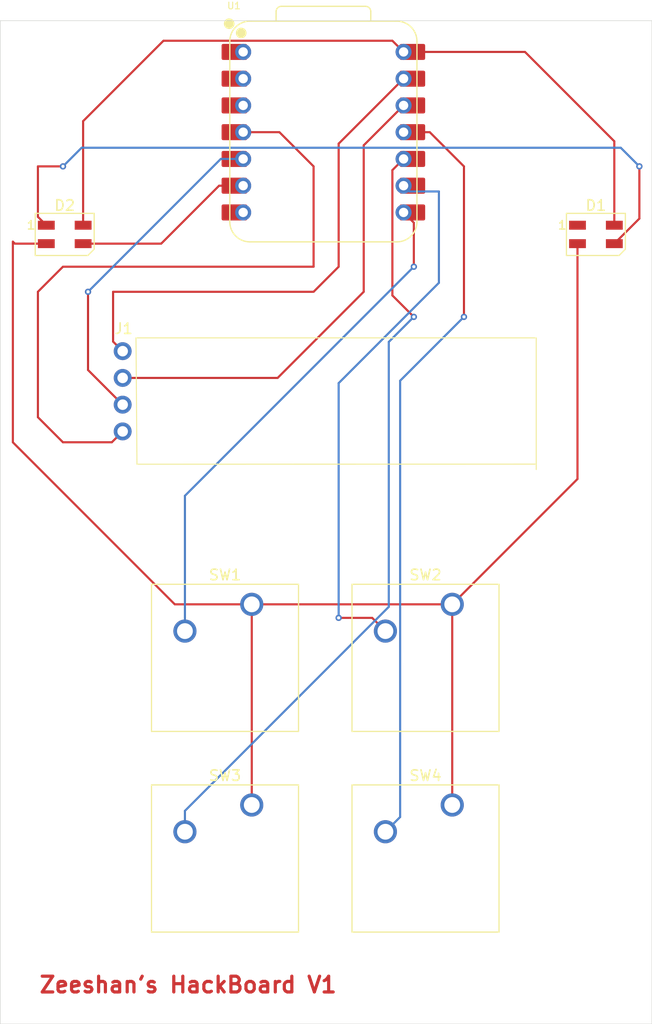
<source format=kicad_pcb>
(kicad_pcb (version 20241229) (generator "pcbnew") (generator_version "9.0")
  (layers (0 "F.Cu" signal) (2 "B.Cu" signal) (13 "F.Paste" user) (15 "B.Paste" user) (5 "F.SilkS" user "F.Silkscreen") (7 "B.SilkS" user "B.Silkscreen") (1 "F.Mask" user) (3 "B.Mask" user) (25 "Edge.Cuts" user))
  (net 0 "")
  (net 2 "+5V")
  (net 3 "GND")
  (net 4 "Net-(D1-DIN)")
  (net 5 "Net-(D2-DIN)")
  (net 6 "Net-(J1-GND)")
  (net 7 "Net-(J1-SCL)")
  (net 8 "Net-(J1-VCC)")
  (net 9 "Net-(J1-SDA)")
  (net 10 "Net-(U1-GPIO1{slash}RX)")
  (net 11 "Net-(U1-GPIO2{slash}SCK)")
  (net 12 "Net-(U1-GPIO4{slash}MISO)")
  (net 13 "Net-(U1-GPIO3{slash}MOSI)")
  (footprint "OPL_Kicad_Library-master:Oled Pin header1x4" (layer "F.Cu") (at 131.878971 84.218018)
    (property "Reference" "J1" (at 0.09 -2.14 0) (layer "F.SilkS"))
    (property "Value" "OLED_01x04")
    (fp_line (start 1.265879 -1.261078) (end 39.265879 -1.261078) (stroke (width 0.1)) (layer "F.SilkS"))
    (fp_line (start 1.358382 10.732182) (end 1.265879 -1.261078) (stroke (width 0.1)) (layer "F.SilkS"))
    (fp_line (start 39.294246 -1.261078) (end 39.294246 11.238922) (stroke (width 0.1)) (layer "F.SilkS"))
    (fp_line (start 39.294246 10.724825) (end 1.358382 10.732182) (stroke (width 0.1)) (layer "F.SilkS"))
    (pad "1" thru_hole circle (at 0 0) (size 1.7 1.7) (drill 1) (layers "*.Cu" "*.Mask") (net 6 "Net-(J1-GND)"))
    (pad "2" thru_hole oval (at 0 2.54) (size 1.7 1.7) (drill 1) (layers "*.Cu" "*.Mask") (net 8 "Net-(J1-VCC)"))
    (pad "3" thru_hole oval (at 0 5.08) (size 1.7 1.7) (drill 1) (layers "*.Cu" "*.Mask") (net 7 "Net-(J1-SCL)"))
    (pad "4" thru_hole oval (at 0 7.62) (size 1.7 1.7) (drill 1) (layers "*.Cu" "*.Mask") (net 9 "Net-(J1-SDA)"))
  )
  (footprint "Button_Switch_Keyboard:SW_Cherry_MX_1.00u_PCB" (layer "F.Cu") (at 144.143443 127.305534)
    (property "Reference" "SW3" (at -2.54 -2.794 0) (layer "F.SilkS"))
    (property "Value" "SW_Push")
    (fp_line (start -9.525 -1.905) (end 4.445 -1.905) (stroke (width 0.12)) (layer "F.SilkS"))
    (fp_line (start -9.525 12.065) (end -9.525 -1.905) (stroke (width 0.12)) (layer "F.SilkS"))
    (fp_line (start 4.445 -1.905) (end 4.445 12.065) (stroke (width 0.12)) (layer "F.SilkS"))
    (fp_line (start 4.445 12.065) (end -9.525 12.065) (stroke (width 0.12)) (layer "F.SilkS"))
    (pad "" np_thru_hole circle (at -7.62 5.08) (size 1.7 1.7) (drill 1.7) (layers "*.Cu" "*.Mask"))
    (pad "" np_thru_hole circle (at -2.54 5.08) (size 4 4) (drill 4) (layers "*.Cu" "*.Mask"))
    (pad "" np_thru_hole circle (at 2.54 5.08) (size 1.7 1.7) (drill 1.7) (layers "*.Cu" "*.Mask"))
    (pad "1" thru_hole circle (at 0 0) (size 2.2 2.2) (drill 1.5) (layers "*.Cu" "*.Mask") (net 3 "GND"))
    (pad "2" thru_hole circle (at -6.35 2.54) (size 2.2 2.2) (drill 1.5) (layers "*.Cu" "*.Mask") (net 12 "Net-(U1-GPIO4{slash}MISO)"))
  )
  (footprint "Seeed Studio XIAO Series Library:XIAO-RP2040-DIP" (layer "F.Cu") (at 150.949336 63.427309)
    (property "Reference" "U1" (at -8.5 -12 0) (layer "F.SilkS") (effects (font (size 0.635 0.635) (thickness 0.1016))))
    (property "Value" "XIAO-RP2040-DIP")
    (fp_line (start -8.89 8.509) (end -8.89 -8.636) (stroke (width 0.127)) (layer "F.SilkS"))
    (fp_line (start -6.985 10.414) (end 6.985 10.414) (stroke (width 0.127)) (layer "F.SilkS"))
    (fp_line (start -4.495 -10.541) (end -4.491272 -11.451272) (stroke (width 0.127)) (layer "F.SilkS"))
    (fp_line (start -3.991272 -11.951) (end 4.004 -11.951) (stroke (width 0.127)) (layer "F.SilkS"))
    (fp_line (start 4.504 -11.451) (end 4.504 -10.541) (stroke (width 0.127)) (layer "F.SilkS"))
    (fp_line (start 6.985 -10.541) (end -6.985 -10.541) (stroke (width 0.1)) (layer "F.SilkS"))
    (fp_line (start 6.985 -10.541) (end -6.985 -10.541) (stroke (width 0.127)) (layer "F.SilkS"))
    (fp_line (start 8.89 8.509) (end 8.89 -8.636) (stroke (width 0.127)) (layer "F.SilkS"))
    (fp_arc (start -8.89 -8.636) (mid -8.332038 -9.983038) (end -6.985 -10.541) (stroke (width 0.127)) (layer "F.SilkS"))
    (fp_arc (start -6.985 10.414) (mid -8.332038 9.856038) (end -8.89 8.509) (stroke (width 0.127)) (layer "F.SilkS"))
    (fp_arc (start -4.491272 -11.451272) (mid -4.344728 -11.80464) (end -3.991272 -11.951) (stroke (width 0.127)) (layer "F.SilkS"))
    (fp_arc (start 4.004 -11.951) (mid 4.357553 -11.804553) (end 4.504 -11.451) (stroke (width 0.127)) (layer "F.SilkS"))
    (fp_arc (start 6.985 -10.541) (mid 8.332038 -9.983038) (end 8.89 -8.636) (stroke (width 0.127)) (layer "F.SilkS"))
    (fp_arc (start 8.89 8.509) (mid 8.332038 9.856038) (end 6.985 10.414) (stroke (width 0.127)) (layer "F.SilkS"))
    (fp_circle (center -8.95 -10.3) (end -8.95 -10.554) (stroke (width 0.5)) (fill yes) (layer "F.SilkS"))
    (fp_circle (center -7.807 -9.42) (end -7.807 -9.674) (stroke (width 0.5)) (fill yes) (layer "F.SilkS"))
    (pad "1" smd roundrect (at -8.455 -7.62 180) (size 2.432 1.524) (layers "F.Cu" "F.Mask") (roundrect_rratio 0.1))
    (pad "1" thru_hole circle (at -7.62 -7.62 180) (size 1.524 1.524) (drill 0.889) (layers "*.Cu" "*.Mask"))
    (pad "2" smd roundrect (at -8.455 -5.08 180) (size 2.432 1.524) (layers "F.Cu" "F.Mask") (roundrect_rratio 0.1))
    (pad "2" thru_hole circle (at -7.62 -5.08 180) (size 1.524 1.524) (drill 0.889) (layers "*.Cu" "*.Mask"))
    (pad "3" smd roundrect (at -8.455 -2.54 180) (size 2.432 1.524) (layers "F.Cu" "F.Mask") (roundrect_rratio 0.1))
    (pad "3" thru_hole circle (at -7.62 -2.54 180) (size 1.524 1.524) (drill 0.889) (layers "*.Cu" "*.Mask"))
    (pad "4" smd roundrect (at -8.455 0 180) (size 2.432 1.524) (layers "F.Cu" "F.Mask") (roundrect_rratio 0.1) (net 9 "Net-(J1-SDA)"))
    (pad "4" thru_hole circle (at -7.62 0 180) (size 1.524 1.524) (drill 0.889) (layers "*.Cu" "*.Mask") (net 9 "Net-(J1-SDA)"))
    (pad "5" smd roundrect (at -8.455 2.54 180) (size 2.432 1.524) (layers "F.Cu" "F.Mask") (roundrect_rratio 0.1) (net 7 "Net-(J1-SCL)"))
    (pad "5" thru_hole circle (at -7.62 2.54 180) (size 1.524 1.524) (drill 0.889) (layers "*.Cu" "*.Mask") (net 7 "Net-(J1-SCL)"))
    (pad "6" smd roundrect (at -8.455 5.08 180) (size 2.432 1.524) (layers "F.Cu" "F.Mask") (roundrect_rratio 0.1) (net 5 "Net-(D2-DIN)"))
    (pad "6" thru_hole circle (at -7.62 5.08 180) (size 1.524 1.524) (drill 0.889) (layers "*.Cu" "*.Mask") (net 5 "Net-(D2-DIN)"))
    (pad "7" smd roundrect (at -8.455 7.62 180) (size 2.432 1.524) (layers "F.Cu" "F.Mask") (roundrect_rratio 0.1))
    (pad "7" thru_hole circle (at -7.62 7.62 180) (size 1.524 1.524) (drill 0.889) (layers "*.Cu" "*.Mask"))
    (pad "8" thru_hole circle (at 7.62 7.62) (size 1.524 1.524) (drill 0.889) (layers "*.Cu" "*.Mask") (net 10 "Net-(U1-GPIO1{slash}RX)"))
    (pad "8" smd roundrect (at 8.455 7.62) (size 2.432 1.524) (layers "F.Cu" "F.Mask") (roundrect_rratio 0.1) (net 10 "Net-(U1-GPIO1{slash}RX)"))
    (pad "9" thru_hole circle (at 7.62 5.08) (size 1.524 1.524) (drill 0.889) (layers "*.Cu" "*.Mask") (net 11 "Net-(U1-GPIO2{slash}SCK)"))
    (pad "9" smd roundrect (at 8.455 5.08) (size 2.432 1.524) (layers "F.Cu" "F.Mask") (roundrect_rratio 0.1) (net 11 "Net-(U1-GPIO2{slash}SCK)"))
    (pad "10" thru_hole circle (at 7.62 2.54) (size 1.524 1.524) (drill 0.889) (layers "*.Cu" "*.Mask") (net 12 "Net-(U1-GPIO4{slash}MISO)"))
    (pad "10" smd roundrect (at 8.455 2.54) (size 2.432 1.524) (layers "F.Cu" "F.Mask") (roundrect_rratio 0.1) (net 12 "Net-(U1-GPIO4{slash}MISO)"))
    (pad "11" thru_hole circle (at 7.62 0) (size 1.524 1.524) (drill 0.889) (layers "*.Cu" "*.Mask") (net 13 "Net-(U1-GPIO3{slash}MOSI)"))
    (pad "11" smd roundrect (at 8.455 0) (size 2.432 1.524) (layers "F.Cu" "F.Mask") (roundrect_rratio 0.1) (net 13 "Net-(U1-GPIO3{slash}MOSI)"))
    (pad "12" thru_hole circle (at 7.62 -2.54) (size 1.524 1.524) (drill 0.889) (layers "*.Cu" "*.Mask") (net 8 "Net-(J1-VCC)"))
    (pad "12" smd roundrect (at 8.455 -2.54) (size 2.432 1.524) (layers "F.Cu" "F.Mask") (roundrect_rratio 0.1) (net 8 "Net-(J1-VCC)"))
    (pad "13" thru_hole circle (at 7.62 -5.08) (size 1.524 1.524) (drill 0.889) (layers "*.Cu" "*.Mask") (net 6 "Net-(J1-GND)"))
    (pad "13" smd roundrect (at 8.455 -5.08) (size 2.432 1.524) (layers "F.Cu" "F.Mask") (roundrect_rratio 0.1) (net 6 "Net-(J1-GND)"))
    (pad "14" thru_hole circle (at 7.62 -7.62) (size 1.524 1.524) (drill 0.889) (layers "*.Cu" "*.Mask") (net 2 "+5V"))
    (pad "14" smd roundrect (at 8.455 -7.62) (size 2.432 1.524) (layers "F.Cu" "F.Mask") (roundrect_rratio 0.1) (net 2 "+5V"))
  )
  (footprint "Button_Switch_Keyboard:SW_Cherry_MX_1.00u_PCB" (layer "F.Cu") (at 144.143443 108.255534)
    (property "Reference" "SW1" (at -2.54 -2.794 0) (layer "F.SilkS"))
    (property "Value" "SW_Push")
    (fp_line (start -9.525 -1.905) (end 4.445 -1.905) (stroke (width 0.12)) (layer "F.SilkS"))
    (fp_line (start -9.525 12.065) (end -9.525 -1.905) (stroke (width 0.12)) (layer "F.SilkS"))
    (fp_line (start 4.445 -1.905) (end 4.445 12.065) (stroke (width 0.12)) (layer "F.SilkS"))
    (fp_line (start 4.445 12.065) (end -9.525 12.065) (stroke (width 0.12)) (layer "F.SilkS"))
    (pad "" np_thru_hole circle (at -7.62 5.08) (size 1.7 1.7) (drill 1.7) (layers "*.Cu" "*.Mask"))
    (pad "" np_thru_hole circle (at -2.54 5.08) (size 4 4) (drill 4) (layers "*.Cu" "*.Mask"))
    (pad "" np_thru_hole circle (at 2.54 5.08) (size 1.7 1.7) (drill 1.7) (layers "*.Cu" "*.Mask"))
    (pad "1" thru_hole circle (at 0 0) (size 2.2 2.2) (drill 1.5) (layers "*.Cu" "*.Mask") (net 3 "GND"))
    (pad "2" thru_hole circle (at -6.35 2.54) (size 2.2 2.2) (drill 1.5) (layers "*.Cu" "*.Mask") (net 10 "Net-(U1-GPIO1{slash}RX)"))
  )
  (footprint "LED_SMD:LED_SK6812MINI_PLCC4_3.5x3.5mm_P1.75mm" (layer "F.Cu") (at 176.84375 73.134562)
    (property "Reference" "D1" (at 0 -2.75 0) (layer "F.SilkS"))
    (property "Value" "SK6812MINI")
    (fp_line (start -2.8 -2) (end -2.8 2) (stroke (width 0.12)) (layer "F.SilkS"))
    (fp_line (start -2.8 -2) (end 2.8 -2) (stroke (width 0.12)) (layer "F.SilkS"))
    (fp_line (start -2.8 2) (end 2.2 2) (stroke (width 0.12)) (layer "F.SilkS"))
    (fp_line (start 2.8 1.4) (end 2.2 2) (stroke (width 0.12)) (layer "F.SilkS"))
    (fp_line (start 2.8 1.4) (end 2.8 -2) (stroke (width 0.12)) (layer "F.SilkS"))
    (fp_text user "1" (at -3.2 -0.875 0) (layer "F.SilkS") (effects (font (size 0.8 0.8))))
    (pad "1" smd rect (at -1.75 -0.875) (size 1.6 0.85) (layers "F.Cu" "F.Mask" "F.Paste"))
    (pad "2" smd rect (at -1.75 0.875) (size 1.6 0.85) (layers "F.Cu" "F.Mask" "F.Paste") (net 3 "GND"))
    (pad "3" smd rect (at 1.75 0.875) (size 1.6 0.85) (layers "F.Cu" "F.Mask" "F.Paste") (net 4 "Net-(D1-DIN)"))
    (pad "4" smd rect (at 1.75 -0.875) (size 1.6 0.85) (layers "F.Cu" "F.Mask" "F.Paste") (net 2 "+5V"))
  )
  (footprint "LED_SMD:LED_SK6812MINI_PLCC4_3.5x3.5mm_P1.75mm" (layer "F.Cu") (at 126.37142 73.134562)
    (property "Reference" "D2" (at 0 -2.75 0) (layer "F.SilkS"))
    (property "Value" "SK6812MINI")
    (fp_line (start -2.8 -2) (end -2.8 2) (stroke (width 0.12)) (layer "F.SilkS"))
    (fp_line (start -2.8 -2) (end 2.8 -2) (stroke (width 0.12)) (layer "F.SilkS"))
    (fp_line (start -2.8 2) (end 2.2 2) (stroke (width 0.12)) (layer "F.SilkS"))
    (fp_line (start 2.8 1.4) (end 2.2 2) (stroke (width 0.12)) (layer "F.SilkS"))
    (fp_line (start 2.8 1.4) (end 2.8 -2) (stroke (width 0.12)) (layer "F.SilkS"))
    (fp_text user "1" (at -3.2 -0.875 0) (layer "F.SilkS") (effects (font (size 0.8 0.8))))
    (pad "1" smd rect (at -1.75 -0.875) (size 1.6 0.85) (layers "F.Cu" "F.Mask" "F.Paste") (net 4 "Net-(D1-DIN)"))
    (pad "2" smd rect (at -1.75 0.875) (size 1.6 0.85) (layers "F.Cu" "F.Mask" "F.Paste") (net 3 "GND"))
    (pad "3" smd rect (at 1.75 0.875) (size 1.6 0.85) (layers "F.Cu" "F.Mask" "F.Paste") (net 5 "Net-(D2-DIN)"))
    (pad "4" smd rect (at 1.75 -0.875) (size 1.6 0.85) (layers "F.Cu" "F.Mask" "F.Paste") (net 2 "+5V"))
  )
  (footprint "Button_Switch_Keyboard:SW_Cherry_MX_1.00u_PCB" (layer "F.Cu") (at 163.193443 108.255534)
    (property "Reference" "SW2" (at -2.54 -2.794 0) (layer "F.SilkS"))
    (property "Value" "SW_Push")
    (fp_line (start -9.525 -1.905) (end 4.445 -1.905) (stroke (width 0.12)) (layer "F.SilkS"))
    (fp_line (start -9.525 12.065) (end -9.525 -1.905) (stroke (width 0.12)) (layer "F.SilkS"))
    (fp_line (start 4.445 -1.905) (end 4.445 12.065) (stroke (width 0.12)) (layer "F.SilkS"))
    (fp_line (start 4.445 12.065) (end -9.525 12.065) (stroke (width 0.12)) (layer "F.SilkS"))
    (pad "" np_thru_hole circle (at -7.62 5.08) (size 1.7 1.7) (drill 1.7) (layers "*.Cu" "*.Mask"))
    (pad "" np_thru_hole circle (at -2.54 5.08) (size 4 4) (drill 4) (layers "*.Cu" "*.Mask"))
    (pad "" np_thru_hole circle (at 2.54 5.08) (size 1.7 1.7) (drill 1.7) (layers "*.Cu" "*.Mask"))
    (pad "1" thru_hole circle (at 0 0) (size 2.2 2.2) (drill 1.5) (layers "*.Cu" "*.Mask") (net 3 "GND"))
    (pad "2" thru_hole circle (at -6.35 2.54) (size 2.2 2.2) (drill 1.5) (layers "*.Cu" "*.Mask") (net 11 "Net-(U1-GPIO2{slash}SCK)"))
  )
  (footprint "Button_Switch_Keyboard:SW_Cherry_MX_1.00u_PCB" (layer "F.Cu") (at 163.193443 127.305534)
    (property "Reference" "SW4" (at -2.54 -2.794 0) (layer "F.SilkS"))
    (property "Value" "SW_Push")
    (fp_line (start -9.525 -1.905) (end 4.445 -1.905) (stroke (width 0.12)) (layer "F.SilkS"))
    (fp_line (start -9.525 12.065) (end -9.525 -1.905) (stroke (width 0.12)) (layer "F.SilkS"))
    (fp_line (start 4.445 -1.905) (end 4.445 12.065) (stroke (width 0.12)) (layer "F.SilkS"))
    (fp_line (start 4.445 12.065) (end -9.525 12.065) (stroke (width 0.12)) (layer "F.SilkS"))
    (pad "" np_thru_hole circle (at -7.62 5.08) (size 1.7 1.7) (drill 1.7) (layers "*.Cu" "*.Mask"))
    (pad "" np_thru_hole circle (at -2.54 5.08) (size 4 4) (drill 4) (layers "*.Cu" "*.Mask"))
    (pad "" np_thru_hole circle (at 2.54 5.08) (size 1.7 1.7) (drill 1.7) (layers "*.Cu" "*.Mask"))
    (pad "1" thru_hole circle (at 0 0) (size 2.2 2.2) (drill 1.5) (layers "*.Cu" "*.Mask") (net 3 "GND"))
    (pad "2" thru_hole circle (at -6.35 2.54) (size 2.2 2.2) (drill 1.5) (layers "*.Cu" "*.Mask") (net 13 "Net-(U1-GPIO3{slash}MOSI)"))
  )
  (gr_rect (start 120.248242 52.841472) (end 182.160742 148.091472) (stroke (width 0.05)) (fill no) (layer "Edge.Cuts"))
  (gr_text "Zeeshan's HackBoard V1" (at 123.825 145.25625 0) (layer "F.Cu") (effects (font (size 1.5 1.5) (thickness 0.3) (bold yes)) (justify left bottom)))
  (segment (start 128.12142 62.37858) (end 128.12142 72.259562) (width 0.2) (layer "F.Cu") (net 2))
  (segment (start 158.569336 55.807309) (end 170.107309 55.807309) (width 0.2) (layer "F.Cu") (net 2))
  (segment (start 170.107309 55.807309) (end 178.59375 64.29375) (width 0.2) (layer "F.Cu") (net 2))
  (segment (start 178.59375 64.29375) (end 178.59375 72.259562) (width 0.2) (layer "F.Cu") (net 2))
  (segment (start 135.755691 54.744309) (end 128.12142 62.37858) (width 0.2) (layer "F.Cu") (net 2))
  (segment (start 157.506336 54.744309) (end 135.755691 54.744309) (width 0.2) (layer "F.Cu") (net 2))
  (segment (start 158.569336 55.807309) (end 157.506336 54.744309) (width 0.2) (layer "F.Cu") (net 2))
  (segment (start 144.143443 108.255534) (end 136.830534 108.255534) (width 0.2) (layer "F.Cu") (net 3))
  (segment (start 163.193443 108.255534) (end 163.193443 127.305534) (width 0.2) (layer "F.Cu") (net 3))
  (segment (start 121.44375 92.86875) (end 121.44375 73.81875) (width 0.2) (layer "F.Cu") (net 3))
  (segment (start 136.830534 108.255534) (end 121.44375 92.86875) (width 0.2) (layer "F.Cu") (net 3))
  (segment (start 144.143443 108.255534) (end 144.143443 127.305534) (width 0.2) (layer "F.Cu") (net 3))
  (segment (start 121.634562 74.009562) (end 124.62142 74.009562) (width 0.2) (layer "F.Cu") (net 3))
  (segment (start 175.09375 96.355227) (end 163.193443 108.255534) (width 0.2) (layer "F.Cu") (net 3))
  (segment (start 163.193443 108.255534) (end 144.143443 108.255534) (width 0.2) (layer "F.Cu") (net 3))
  (segment (start 175.09375 74.009562) (end 175.09375 96.355227) (width 0.2) (layer "F.Cu") (net 3))
  (segment (start 121.44375 73.81875) (end 121.634562 74.009562) (width 0.2) (layer "F.Cu") (net 3))
  (segment (start 124.62142 72.259562) (end 123.825 71.463142) (width 0.2) (layer "F.Cu") (net 4))
  (segment (start 180.975 66.675) (end 180.975 71.628312) (width 0.2) (layer "F.Cu") (net 4))
  (segment (start 123.825 71.463142) (end 123.825 66.675) (width 0.2) (layer "F.Cu") (net 4))
  (segment (start 180.975 71.628312) (end 178.59375 74.009562) (width 0.2) (layer "F.Cu") (net 4))
  (segment (start 123.825 66.675) (end 126.20625 66.675) (width 0.2) (layer "F.Cu") (net 4))
  (via (at 180.975 66.675) (size 0.6) (drill 0.3) (layers "F.Cu" "B.Cu") (net 4))
  (via (at 126.20625 66.675) (size 0.6) (drill 0.3) (layers "F.Cu" "B.Cu") (net 4))
  (segment (start 126.20625 66.675) (end 127.976941 64.904309) (width 0.2) (layer "B.Cu") (net 4))
  (segment (start 127.976941 64.904309) (end 179.204309 64.904309) (width 0.2) (layer "B.Cu") (net 4))
  (segment (start 179.204309 64.904309) (end 180.975 66.675) (width 0.2) (layer "B.Cu") (net 4))
  (segment (start 143.329336 68.507309) (end 141.042691 68.507309) (width 0.2) (layer "F.Cu") (net 5))
  (segment (start 141.042691 68.507309) (end 135.540438 74.009562) (width 0.2) (layer "F.Cu") (net 5))
  (segment (start 135.540438 74.009562) (end 128.12142 74.009562) (width 0.2) (layer "F.Cu") (net 5))
  (segment (start 152.4 76.2) (end 150.01875 78.58125) (width 0.2) (layer "F.Cu") (net 6))
  (segment (start 130.96875 83.307797) (end 131.878971 84.218018) (width 0.2) (layer "F.Cu") (net 6))
  (segment (start 152.4 64.516645) (end 152.4 76.2) (width 0.2) (layer "F.Cu") (net 6))
  (segment (start 150.01875 78.58125) (end 130.96875 78.58125) (width 0.2) (layer "F.Cu") (net 6))
  (segment (start 130.96875 78.58125) (end 130.96875 83.307797) (width 0.2) (layer "F.Cu") (net 6))
  (segment (start 158.569336 58.347309) (end 152.4 64.516645) (width 0.2) (layer "F.Cu") (net 6))
  (segment (start 128.5875 86.006547) (end 128.5875 78.58125) (width 0.2) (layer "F.Cu") (net 7))
  (segment (start 131.878971 89.298018) (end 128.5875 86.006547) (width 0.2) (layer "F.Cu") (net 7))
  (via (at 128.5875 78.58125) (size 0.6) (drill 0.3) (layers "F.Cu" "B.Cu") (net 7))
  (segment (start 141.201441 65.967309) (end 143.329336 65.967309) (width 0.2) (layer "B.Cu") (net 7))
  (segment (start 128.5875 78.58125) (end 141.201441 65.967309) (width 0.2) (layer "B.Cu") (net 7))
  (segment (start 154.78125 64.675395) (end 154.78125 78.58125) (width 0.2) (layer "F.Cu") (net 8))
  (segment (start 154.78125 78.58125) (end 146.604482 86.758018) (width 0.2) (layer "F.Cu") (net 8))
  (segment (start 158.569336 60.887309) (end 154.78125 64.675395) (width 0.2) (layer "F.Cu") (net 8))
  (segment (start 146.604482 86.758018) (end 131.878971 86.758018) (width 0.2) (layer "F.Cu") (net 8))
  (segment (start 150.01875 76.2) (end 126.20625 76.2) (width 0.2) (layer "F.Cu") (net 9))
  (segment (start 123.825 90.4875) (end 126.20625 92.86875) (width 0.2) (layer "F.Cu") (net 9))
  (segment (start 146.771059 63.427309) (end 150.01875 66.675) (width 0.2) (layer "F.Cu") (net 9))
  (segment (start 130.848239 92.86875) (end 131.878971 91.838018) (width 0.2) (layer "F.Cu") (net 9))
  (segment (start 123.825 78.58125) (end 123.825 90.4875) (width 0.2) (layer "F.Cu") (net 9))
  (segment (start 126.20625 76.2) (end 123.825 78.58125) (width 0.2) (layer "F.Cu") (net 9))
  (segment (start 126.20625 92.86875) (end 130.848239 92.86875) (width 0.2) (layer "F.Cu") (net 9))
  (segment (start 150.01875 66.675) (end 150.01875 76.2) (width 0.2) (layer "F.Cu") (net 9))
  (segment (start 143.329336 63.427309) (end 146.771059 63.427309) (width 0.2) (layer "F.Cu") (net 9))
  (segment (start 159.54375 72.021723) (end 159.54375 76.2) (width 0.2) (layer "F.Cu") (net 10))
  (segment (start 158.569336 71.047309) (end 159.54375 72.021723) (width 0.2) (layer "F.Cu") (net 10))
  (via (at 159.54375 76.2) (size 0.6) (drill 0.3) (layers "F.Cu" "B.Cu") (net 10))
  (segment (start 137.793443 97.950307) (end 137.793443 110.795534) (width 0.2) (layer "B.Cu") (net 10))
  (segment (start 159.54375 76.2) (end 137.793443 97.950307) (width 0.2) (layer "B.Cu") (net 10))
  (segment (start 156.843443 110.795534) (end 155.585409 109.5375) (width 0.2) (layer "F.Cu") (net 11))
  (segment (start 155.585409 109.5375) (end 152.4 109.5375) (width 0.2) (layer "F.Cu") (net 11))
  (via (at 152.4 109.5375) (size 0.6) (drill 0.3) (layers "F.Cu" "B.Cu") (net 11))
  (segment (start 161.925 69.05625) (end 159.118277 69.05625) (width 0.2) (layer "B.Cu") (net 11))
  (segment (start 161.925 77.731307) (end 161.925 69.05625) (width 0.2) (layer "B.Cu") (net 11))
  (segment (start 159.118277 69.05625) (end 158.569336 68.507309) (width 0.2) (layer "B.Cu") (net 11))
  (segment (start 152.4 87.256307) (end 161.925 77.731307) (width 0.2) (layer "B.Cu") (net 11))
  (segment (start 152.4 109.5375) (end 152.4 87.256307) (width 0.2) (layer "B.Cu") (net 11))
  (segment (start 158.569336 65.967309) (end 157.506336 67.030309) (width 0.2) (layer "F.Cu") (net 12))
  (segment (start 157.506336 78.925086) (end 159.54375 80.9625) (width 0.2) (layer "F.Cu") (net 12))
  (segment (start 158.569336 65.967309) (end 159.404336 65.967309) (width 0.2) (layer "F.Cu") (net 12))
  (segment (start 157.506336 67.030309) (end 157.506336 78.925086) (width 0.2) (layer "F.Cu") (net 12))
  (via (at 159.54375 80.9625) (size 0.6) (drill 0.3) (layers "F.Cu" "B.Cu") (net 12))
  (segment (start 137.793443 127.86422) (end 137.793443 129.845534) (width 0.2) (layer "B.Cu") (net 12))
  (segment (start 159.54375 80.9625) (end 157.1625 83.34375) (width 0.2) (layer "B.Cu") (net 12))
  (segment (start 157.1625 108.495163) (end 137.793443 127.86422) (width 0.2) (layer "B.Cu") (net 12))
  (segment (start 157.1625 83.34375) (end 157.1625 108.495163) (width 0.2) (layer "B.Cu") (net 12))
  (segment (start 164.30625 66.675) (end 164.30625 80.9625) (width 0.2) (layer "F.Cu") (net 13))
  (segment (start 161.058559 63.427309) (end 164.30625 66.675) (width 0.2) (layer "F.Cu") (net 13))
  (segment (start 158.569336 63.427309) (end 161.058559 63.427309) (width 0.2) (layer "F.Cu") (net 13))
  (via (at 164.30625 80.9625) (size 0.6) (drill 0.3) (layers "F.Cu" "B.Cu") (net 13))
  (segment (start 158.244443 128.444534) (end 156.843443 129.845534) (width 0.2) (layer "B.Cu") (net 13))
  (segment (start 158.244443 87.024307) (end 158.244443 128.444534) (width 0.2) (layer "B.Cu") (net 13))
  (segment (start 164.30625 80.9625) (end 158.244443 87.024307) (width 0.2) (layer "B.Cu") (net 13))
)
</source>
